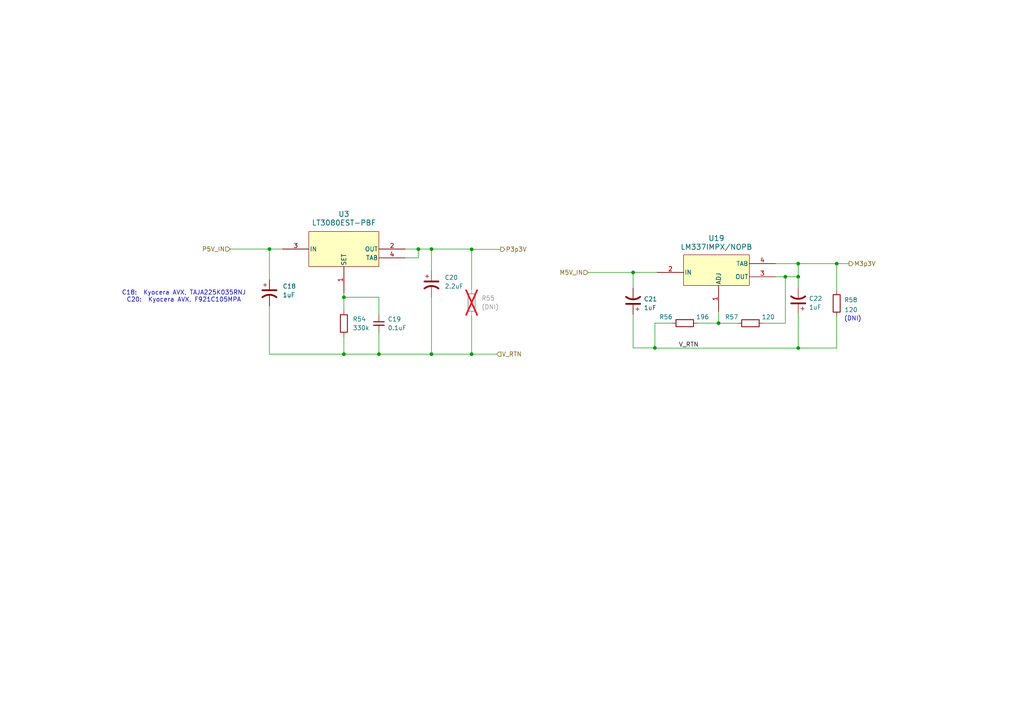
<source format=kicad_sch>
(kicad_sch
	(version 20250114)
	(generator "eeschema")
	(generator_version "9.0")
	(uuid "81652d3a-374b-46b0-a452-f2b0d983dcf1")
	(paper "A4")
	(lib_symbols
		(symbol "Analog_Dev:LT3080EST-PBF"
			(pin_names
				(offset 0.254)
			)
			(exclude_from_sim no)
			(in_bom yes)
			(on_board yes)
			(property "Reference" "U"
				(at 10.16 16.51 0)
				(effects
					(font
						(size 1.524 1.524)
					)
				)
			)
			(property "Value" "LT3080EST-PBF"
				(at 10.16 13.97 0)
				(effects
					(font
						(size 1.524 1.524)
					)
				)
			)
			(property "Footprint" "SOT-3_ST_LIT"
				(at -14.224 13.208 0)
				(effects
					(font
						(size 1.27 1.27)
						(italic yes)
					)
					(hide yes)
				)
			)
			(property "Datasheet" "LT3080EST-PBF"
				(at -10.922 19.558 0)
				(effects
					(font
						(size 1.27 1.27)
						(italic yes)
					)
					(hide yes)
				)
			)
			(property "Description" ""
				(at -17.78 6.35 0)
				(effects
					(font
						(size 1.27 1.27)
					)
					(hide yes)
				)
			)
			(property "ki_locked" ""
				(at 0 0 0)
				(effects
					(font
						(size 1.27 1.27)
					)
				)
			)
			(property "ki_keywords" "LT3080EST#PBF"
				(at 0 0 0)
				(effects
					(font
						(size 1.27 1.27)
					)
					(hide yes)
				)
			)
			(property "ki_fp_filters" "SOT-3_ST_LIT SOT-3_ST_LIT-M SOT-3_ST_LIT-L"
				(at 0 0 0)
				(effects
					(font
						(size 1.27 1.27)
					)
					(hide yes)
				)
			)
			(symbol "LT3080EST-PBF_0_1"
				(pin power_in line
					(at -7.62 5.08 0)
					(length 7.62)
					(name "IN"
						(effects
							(font
								(size 1.27 1.27)
							)
						)
					)
					(number "3"
						(effects
							(font
								(size 1.27 1.27)
							)
						)
					)
				)
				(pin input line
					(at 10.16 -7.62 90)
					(length 7.62)
					(name "SET"
						(effects
							(font
								(size 1.27 1.27)
							)
						)
					)
					(number "1"
						(effects
							(font
								(size 1.27 1.27)
							)
						)
					)
				)
				(pin output line
					(at 27.94 5.08 180)
					(length 7.62)
					(name "OUT"
						(effects
							(font
								(size 1.27 1.27)
							)
						)
					)
					(number "2"
						(effects
							(font
								(size 1.27 1.27)
							)
						)
					)
				)
			)
			(symbol "LT3080EST-PBF_1_1"
				(rectangle
					(start 0 10.16)
					(end 20.32 0)
					(stroke
						(width 0)
						(type default)
					)
					(fill
						(type background)
					)
				)
				(pin output line
					(at 27.94 2.54 180)
					(length 7.62)
					(name "TAB"
						(effects
							(font
								(size 1.27 1.27)
							)
						)
					)
					(number "4"
						(effects
							(font
								(size 1.27 1.27)
							)
						)
					)
				)
			)
			(embedded_fonts no)
		)
		(symbol "Device:C_Polarized_US"
			(pin_numbers
				(hide yes)
			)
			(pin_names
				(offset 0.254)
				(hide yes)
			)
			(exclude_from_sim no)
			(in_bom yes)
			(on_board yes)
			(property "Reference" "C"
				(at 0.635 2.54 0)
				(effects
					(font
						(size 1.27 1.27)
					)
					(justify left)
				)
			)
			(property "Value" "C_Polarized_US"
				(at 0.635 -2.54 0)
				(effects
					(font
						(size 1.27 1.27)
					)
					(justify left)
				)
			)
			(property "Footprint" ""
				(at 0 0 0)
				(effects
					(font
						(size 1.27 1.27)
					)
					(hide yes)
				)
			)
			(property "Datasheet" "~"
				(at 0 0 0)
				(effects
					(font
						(size 1.27 1.27)
					)
					(hide yes)
				)
			)
			(property "Description" "Polarized capacitor, US symbol"
				(at 0 0 0)
				(effects
					(font
						(size 1.27 1.27)
					)
					(hide yes)
				)
			)
			(property "ki_keywords" "cap capacitor"
				(at 0 0 0)
				(effects
					(font
						(size 1.27 1.27)
					)
					(hide yes)
				)
			)
			(property "ki_fp_filters" "CP_*"
				(at 0 0 0)
				(effects
					(font
						(size 1.27 1.27)
					)
					(hide yes)
				)
			)
			(symbol "C_Polarized_US_0_1"
				(polyline
					(pts
						(xy -2.032 0.762) (xy 2.032 0.762)
					)
					(stroke
						(width 0.508)
						(type default)
					)
					(fill
						(type none)
					)
				)
				(polyline
					(pts
						(xy -1.778 2.286) (xy -0.762 2.286)
					)
					(stroke
						(width 0)
						(type default)
					)
					(fill
						(type none)
					)
				)
				(polyline
					(pts
						(xy -1.27 1.778) (xy -1.27 2.794)
					)
					(stroke
						(width 0)
						(type default)
					)
					(fill
						(type none)
					)
				)
				(arc
					(start -2.032 -1.27)
					(mid 0 -0.5572)
					(end 2.032 -1.27)
					(stroke
						(width 0.508)
						(type default)
					)
					(fill
						(type none)
					)
				)
			)
			(symbol "C_Polarized_US_1_1"
				(pin passive line
					(at 0 3.81 270)
					(length 2.794)
					(name "~"
						(effects
							(font
								(size 1.27 1.27)
							)
						)
					)
					(number "1"
						(effects
							(font
								(size 1.27 1.27)
							)
						)
					)
				)
				(pin passive line
					(at 0 -3.81 90)
					(length 3.302)
					(name "~"
						(effects
							(font
								(size 1.27 1.27)
							)
						)
					)
					(number "2"
						(effects
							(font
								(size 1.27 1.27)
							)
						)
					)
				)
			)
			(embedded_fonts no)
		)
		(symbol "Device:C_Small"
			(pin_numbers
				(hide yes)
			)
			(pin_names
				(offset 0.254)
				(hide yes)
			)
			(exclude_from_sim no)
			(in_bom yes)
			(on_board yes)
			(property "Reference" "C"
				(at 0.254 1.778 0)
				(effects
					(font
						(size 1.27 1.27)
					)
					(justify left)
				)
			)
			(property "Value" "C_Small"
				(at 0.254 -2.032 0)
				(effects
					(font
						(size 1.27 1.27)
					)
					(justify left)
				)
			)
			(property "Footprint" ""
				(at 0 0 0)
				(effects
					(font
						(size 1.27 1.27)
					)
					(hide yes)
				)
			)
			(property "Datasheet" "~"
				(at 0 0 0)
				(effects
					(font
						(size 1.27 1.27)
					)
					(hide yes)
				)
			)
			(property "Description" "Unpolarized capacitor, small symbol"
				(at 0 0 0)
				(effects
					(font
						(size 1.27 1.27)
					)
					(hide yes)
				)
			)
			(property "ki_keywords" "capacitor cap"
				(at 0 0 0)
				(effects
					(font
						(size 1.27 1.27)
					)
					(hide yes)
				)
			)
			(property "ki_fp_filters" "C_*"
				(at 0 0 0)
				(effects
					(font
						(size 1.27 1.27)
					)
					(hide yes)
				)
			)
			(symbol "C_Small_0_1"
				(polyline
					(pts
						(xy -1.524 0.508) (xy 1.524 0.508)
					)
					(stroke
						(width 0.3048)
						(type default)
					)
					(fill
						(type none)
					)
				)
				(polyline
					(pts
						(xy -1.524 -0.508) (xy 1.524 -0.508)
					)
					(stroke
						(width 0.3302)
						(type default)
					)
					(fill
						(type none)
					)
				)
			)
			(symbol "C_Small_1_1"
				(pin passive line
					(at 0 2.54 270)
					(length 2.032)
					(name "~"
						(effects
							(font
								(size 1.27 1.27)
							)
						)
					)
					(number "1"
						(effects
							(font
								(size 1.27 1.27)
							)
						)
					)
				)
				(pin passive line
					(at 0 -2.54 90)
					(length 2.032)
					(name "~"
						(effects
							(font
								(size 1.27 1.27)
							)
						)
					)
					(number "2"
						(effects
							(font
								(size 1.27 1.27)
							)
						)
					)
				)
			)
			(embedded_fonts no)
		)
		(symbol "Device:R"
			(pin_numbers
				(hide yes)
			)
			(pin_names
				(offset 0)
			)
			(exclude_from_sim no)
			(in_bom yes)
			(on_board yes)
			(property "Reference" "R"
				(at 2.032 0 90)
				(effects
					(font
						(size 1.27 1.27)
					)
				)
			)
			(property "Value" "R"
				(at 0 0 90)
				(effects
					(font
						(size 1.27 1.27)
					)
				)
			)
			(property "Footprint" ""
				(at -1.778 0 90)
				(effects
					(font
						(size 1.27 1.27)
					)
					(hide yes)
				)
			)
			(property "Datasheet" "~"
				(at 0 0 0)
				(effects
					(font
						(size 1.27 1.27)
					)
					(hide yes)
				)
			)
			(property "Description" "Resistor"
				(at 0 0 0)
				(effects
					(font
						(size 1.27 1.27)
					)
					(hide yes)
				)
			)
			(property "ki_keywords" "R res resistor"
				(at 0 0 0)
				(effects
					(font
						(size 1.27 1.27)
					)
					(hide yes)
				)
			)
			(property "ki_fp_filters" "R_*"
				(at 0 0 0)
				(effects
					(font
						(size 1.27 1.27)
					)
					(hide yes)
				)
			)
			(symbol "R_0_1"
				(rectangle
					(start -1.016 -2.54)
					(end 1.016 2.54)
					(stroke
						(width 0.254)
						(type default)
					)
					(fill
						(type none)
					)
				)
			)
			(symbol "R_1_1"
				(pin passive line
					(at 0 3.81 270)
					(length 1.27)
					(name "~"
						(effects
							(font
								(size 1.27 1.27)
							)
						)
					)
					(number "1"
						(effects
							(font
								(size 1.27 1.27)
							)
						)
					)
				)
				(pin passive line
					(at 0 -3.81 90)
					(length 1.27)
					(name "~"
						(effects
							(font
								(size 1.27 1.27)
							)
						)
					)
					(number "2"
						(effects
							(font
								(size 1.27 1.27)
							)
						)
					)
				)
			)
			(embedded_fonts no)
		)
		(symbol "Texas Instruments:LM337IMPX_NOPB"
			(pin_names
				(offset 0.254)
			)
			(exclude_from_sim no)
			(in_bom yes)
			(on_board yes)
			(property "Reference" "U"
				(at 16.51 13.97 0)
				(effects
					(font
						(size 1.524 1.524)
					)
				)
			)
			(property "Value" "LM337IMPX/NOPB"
				(at 16.51 11.43 0)
				(effects
					(font
						(size 1.524 1.524)
					)
				)
			)
			(property "Footprint" "MP04A_TEX"
				(at 26.67 -6.35 0)
				(effects
					(font
						(size 1.27 1.27)
						(italic yes)
					)
					(hide yes)
				)
			)
			(property "Datasheet" "LM337IMPX/NOPB"
				(at 27.94 -2.54 0)
				(effects
					(font
						(size 1.27 1.27)
						(italic yes)
					)
					(hide yes)
				)
			)
			(property "Description" ""
				(at 0 11.43 0)
				(effects
					(font
						(size 1.27 1.27)
					)
					(hide yes)
				)
			)
			(property "ki_locked" ""
				(at 0 0 0)
				(effects
					(font
						(size 1.27 1.27)
					)
				)
			)
			(property "ki_keywords" "LM337IMPX/NOPB"
				(at 0 0 0)
				(effects
					(font
						(size 1.27 1.27)
					)
					(hide yes)
				)
			)
			(property "ki_fp_filters" "MP04A_TEX MP04A_TEX-M MP04A_TEX-L"
				(at 0 0 0)
				(effects
					(font
						(size 1.27 1.27)
					)
					(hide yes)
				)
			)
			(symbol "LM337IMPX_NOPB_0_1"
				(pin power_in line
					(at 0 3.81 0)
					(length 7.62)
					(name "IN"
						(effects
							(font
								(size 1.27 1.27)
							)
						)
					)
					(number "2"
						(effects
							(font
								(size 1.27 1.27)
							)
						)
					)
				)
				(pin input line
					(at 17.78 -7.62 90)
					(length 7.62)
					(name "ADJ"
						(effects
							(font
								(size 1.27 1.27)
							)
						)
					)
					(number "1"
						(effects
							(font
								(size 1.27 1.27)
							)
						)
					)
				)
				(pin power_in line
					(at 34.29 6.35 180)
					(length 7.62)
					(name "TAB"
						(effects
							(font
								(size 1.27 1.27)
							)
						)
					)
					(number "4"
						(effects
							(font
								(size 1.27 1.27)
							)
						)
					)
				)
				(pin power_in line
					(at 34.29 2.54 180)
					(length 7.62)
					(name "OUT"
						(effects
							(font
								(size 1.27 1.27)
							)
						)
					)
					(number "3"
						(effects
							(font
								(size 1.27 1.27)
							)
						)
					)
				)
			)
			(symbol "LM337IMPX_NOPB_1_1"
				(rectangle
					(start 7.62 8.89)
					(end 26.67 0)
					(stroke
						(width 0)
						(type default)
					)
					(fill
						(type background)
					)
				)
			)
			(embedded_fonts no)
		)
	)
	(text "C18:  Kyocera AVX, TAJA225K035RNJ\nC20:  Kyocera AVX, F921C105MPA"
		(exclude_from_sim no)
		(at 53.328 86.0344 0)
		(effects
			(font
				(size 1.27 1.27)
			)
		)
		(uuid "c54567ba-a8cf-4e63-9942-67a1bdc024f8")
	)
	(text "(DNI)"
		(exclude_from_sim no)
		(at 247.3454 92.5298 0)
		(effects
			(font
				(size 1.27 1.27)
			)
		)
		(uuid "db680101-865f-439e-8359-61fc89c3980c")
	)
	(junction
		(at 231.5177 76.4637)
		(diameter 0)
		(color 0 0 0 0)
		(uuid "10275b7c-20d1-483d-89de-027cf1e20dae")
	)
	(junction
		(at 231.5177 80.2737)
		(diameter 0)
		(color 0 0 0 0)
		(uuid "12c43db8-1cb5-4fca-b9db-5c36d24386f7")
	)
	(junction
		(at 183.6298 79.0237)
		(diameter 0)
		(color 0 0 0 0)
		(uuid "141d0333-3dcf-4bb8-93de-aa5a5524ff58")
	)
	(junction
		(at 109.8996 102.7224)
		(diameter 0)
		(color 0 0 0 0)
		(uuid "1ad83d94-4a3d-4907-be0e-44c03753e58e")
	)
	(junction
		(at 121.3296 72.2424)
		(diameter 0)
		(color 0 0 0 0)
		(uuid "22a01c0e-5d33-481f-b7ae-c5a48711f0ea")
	)
	(junction
		(at 125.1396 102.7224)
		(diameter 0)
		(color 0 0 0 0)
		(uuid "31e38808-5b33-442f-b959-6f9f93ba8365")
	)
	(junction
		(at 227.7847 80.2737)
		(diameter 0)
		(color 0 0 0 0)
		(uuid "459e9253-2e0c-435c-9997-e9c2c152ac1b")
	)
	(junction
		(at 208.4204 93.728)
		(diameter 0)
		(color 0 0 0 0)
		(uuid "4ef5ae5d-1673-485e-a845-b9c539b4e6ef")
	)
	(junction
		(at 231.5177 100.9425)
		(diameter 0)
		(color 0 0 0 0)
		(uuid "6e55f07b-01c5-426a-8a4f-7d30a5fb7293")
	)
	(junction
		(at 125.1396 72.2424)
		(diameter 0)
		(color 0 0 0 0)
		(uuid "71aecff4-32af-4f42-a05c-63e4cfd8221b")
	)
	(junction
		(at 78.1496 72.2424)
		(diameter 0)
		(color 0 0 0 0)
		(uuid "8dbe80d0-f323-4a97-98e5-c507623cb4fa")
	)
	(junction
		(at 242.6717 76.4668)
		(diameter 0)
		(color 0 0 0 0)
		(uuid "97bbe726-f54a-4582-8a1f-590517861b82")
	)
	(junction
		(at 136.791 102.7176)
		(diameter 0)
		(color 0 0 0 0)
		(uuid "9a588a5e-4425-4d22-bb0c-4e4ec5cf394e")
	)
	(junction
		(at 99.7396 86.2124)
		(diameter 0)
		(color 0 0 0 0)
		(uuid "d168512f-5a42-43dc-a216-a99bc47e7f09")
	)
	(junction
		(at 99.7396 102.7224)
		(diameter 0)
		(color 0 0 0 0)
		(uuid "e23a548f-f496-4251-a78a-c5e215689a01")
	)
	(junction
		(at 136.791 72.3143)
		(diameter 0)
		(color 0 0 0 0)
		(uuid "e3c71255-e35c-40db-a018-1b3e2a286dca")
	)
	(junction
		(at 189.9482 100.9054)
		(diameter 0)
		(color 0 0 0 0)
		(uuid "e3eb4583-ba0c-4fb6-9962-7155d8ff8081")
	)
	(wire
		(pts
			(xy 136.791 91.5625) (xy 136.791 102.7176)
		)
		(stroke
			(width 0)
			(type default)
		)
		(uuid "07687684-0344-4a7c-9791-d2769be7f82f")
	)
	(wire
		(pts
			(xy 99.7396 84.9424) (xy 99.7396 86.2124)
		)
		(stroke
			(width 0)
			(type default)
		)
		(uuid "21217bf9-2435-4d30-aa9a-912fe0b88001")
	)
	(wire
		(pts
			(xy 242.6717 76.4637) (xy 231.5177 76.4637)
		)
		(stroke
			(width 0)
			(type default)
		)
		(uuid "249cfb0c-1392-4ec3-8402-eda7c0c68a87")
	)
	(wire
		(pts
			(xy 227.7847 93.7521) (xy 227.7847 80.2737)
		)
		(stroke
			(width 0)
			(type default)
		)
		(uuid "25e4e2a2-a862-4643-ae0a-ea542061acd7")
	)
	(wire
		(pts
			(xy 242.6717 76.4668) (xy 242.6717 84.1899)
		)
		(stroke
			(width 0)
			(type default)
		)
		(uuid "263d9911-3efb-4e40-97e3-c00d892791b2")
	)
	(wire
		(pts
			(xy 231.5177 80.2737) (xy 231.5177 83.4168)
		)
		(stroke
			(width 0)
			(type default)
		)
		(uuid "330cfb83-2881-4411-bfd0-3d5cf273abe7")
	)
	(wire
		(pts
			(xy 136.791 102.7176) (xy 136.791 102.7224)
		)
		(stroke
			(width 0)
			(type default)
		)
		(uuid "382a3bef-8128-4bd7-9b08-cd48e366c9b7")
	)
	(wire
		(pts
			(xy 66.7196 72.2424) (xy 78.1496 72.2424)
		)
		(stroke
			(width 0)
			(type default)
		)
		(uuid "3ea076b7-a15d-4166-bdbf-c6c53072c472")
	)
	(wire
		(pts
			(xy 117.5196 74.7824) (xy 121.3296 74.7824)
		)
		(stroke
			(width 0)
			(type default)
		)
		(uuid "4ac37e0d-d2f7-4486-804f-a535fcfee91a")
	)
	(wire
		(pts
			(xy 78.1496 72.2424) (xy 81.9596 72.2424)
		)
		(stroke
			(width 0)
			(type default)
		)
		(uuid "4bea1497-be03-4b4d-ada7-913fd439e5f7")
	)
	(wire
		(pts
			(xy 242.6717 91.8099) (xy 242.6717 100.9425)
		)
		(stroke
			(width 0)
			(type default)
		)
		(uuid "50567bd1-e802-4418-9bae-66ac6bb8351a")
	)
	(wire
		(pts
			(xy 125.1396 78.5924) (xy 125.1396 72.2424)
		)
		(stroke
			(width 0)
			(type default)
		)
		(uuid "50de3977-8f4b-472d-b575-0dc6932a8919")
	)
	(wire
		(pts
			(xy 109.8996 86.2124) (xy 99.7396 86.2124)
		)
		(stroke
			(width 0)
			(type default)
		)
		(uuid "57553183-bf00-4f56-bf7a-046c77ecbc52")
	)
	(wire
		(pts
			(xy 109.8996 91.2924) (xy 109.8996 86.2124)
		)
		(stroke
			(width 0)
			(type default)
		)
		(uuid "58a5de36-e3fd-4217-9148-6929336d5b26")
	)
	(wire
		(pts
			(xy 194.7907 93.728) (xy 189.9482 93.728)
		)
		(stroke
			(width 0)
			(type default)
		)
		(uuid "59ef1e3f-5e89-4108-acd4-de2d22c8e341")
	)
	(wire
		(pts
			(xy 221.4683 93.7521) (xy 227.7847 93.7521)
		)
		(stroke
			(width 0)
			(type default)
		)
		(uuid "5a6433d1-394e-440e-8fb0-b1cba8126f62")
	)
	(wire
		(pts
			(xy 231.5177 100.9724) (xy 231.5177 100.9425)
		)
		(stroke
			(width 0)
			(type default)
		)
		(uuid "5c4a2919-7a4a-4e6d-932d-0dd69392b9bb")
	)
	(wire
		(pts
			(xy 125.1396 72.2424) (xy 121.3296 72.2424)
		)
		(stroke
			(width 0)
			(type default)
		)
		(uuid "5f60fd64-07be-450e-8d37-9f6e99b634cb")
	)
	(wire
		(pts
			(xy 183.6298 79.0237) (xy 183.6298 83.5606)
		)
		(stroke
			(width 0)
			(type default)
		)
		(uuid "626eaa47-6689-4d5c-af16-f7f9527ae308")
	)
	(wire
		(pts
			(xy 109.8996 102.7224) (xy 125.1396 102.7224)
		)
		(stroke
			(width 0)
			(type default)
		)
		(uuid "6587f7cd-b19f-445b-836b-2ea9fc179083")
	)
	(wire
		(pts
			(xy 183.6298 79.0037) (xy 190.6404 79.0037)
		)
		(stroke
			(width 0)
			(type default)
		)
		(uuid "69453b85-889d-433e-8317-b35028e837b3")
	)
	(wire
		(pts
			(xy 136.791 72.2424) (xy 136.791 72.3143)
		)
		(stroke
			(width 0)
			(type default)
		)
		(uuid "76753cf6-ea3a-4faf-990e-9267b4c3b347")
	)
	(wire
		(pts
			(xy 246.2421 76.4668) (xy 242.6717 76.4668)
		)
		(stroke
			(width 0)
			(type default)
		)
		(uuid "7731150f-2a0a-4dba-a0f6-b1e9bbc89861")
	)
	(wire
		(pts
			(xy 189.9482 93.728) (xy 189.9482 100.9054)
		)
		(stroke
			(width 0)
			(type default)
		)
		(uuid "79ab77d5-6d29-4680-a409-aa15f690b804")
	)
	(wire
		(pts
			(xy 78.1496 81.1324) (xy 78.1496 72.2424)
		)
		(stroke
			(width 0)
			(type default)
		)
		(uuid "7e555ae7-eb60-481c-b3b8-13090a9401b5")
	)
	(wire
		(pts
			(xy 78.1496 102.7224) (xy 99.7396 102.7224)
		)
		(stroke
			(width 0)
			(type default)
		)
		(uuid "7fb3c204-da00-4055-8a54-0bac60db6b2f")
	)
	(wire
		(pts
			(xy 227.7847 80.2737) (xy 231.5177 80.2737)
		)
		(stroke
			(width 0)
			(type default)
		)
		(uuid "82daa4a5-3e2d-4f08-bffc-c72ee21a81d9")
	)
	(wire
		(pts
			(xy 242.6717 76.4637) (xy 242.6717 76.4668)
		)
		(stroke
			(width 0)
			(type default)
		)
		(uuid "89307263-9d2c-456e-b70f-7aa7623f3382")
	)
	(wire
		(pts
			(xy 99.7396 86.2124) (xy 99.7396 90.0224)
		)
		(stroke
			(width 0)
			(type default)
		)
		(uuid "9038c912-0eca-4343-a0d8-e0ba33bd9a6f")
	)
	(wire
		(pts
			(xy 183.6298 79.0037) (xy 183.6298 79.0237)
		)
		(stroke
			(width 0)
			(type default)
		)
		(uuid "90bbbcfa-dcda-47ca-b9cc-e9c6483baa94")
	)
	(wire
		(pts
			(xy 121.3296 72.2424) (xy 117.5196 72.2424)
		)
		(stroke
			(width 0)
			(type default)
		)
		(uuid "920f2fef-8357-47ae-a483-f4732ac542e0")
	)
	(wire
		(pts
			(xy 170.5853 79.0237) (xy 183.6298 79.0237)
		)
		(stroke
			(width 0)
			(type default)
		)
		(uuid "92657a8d-44bb-4069-a576-d06115c429c6")
	)
	(wire
		(pts
			(xy 189.9482 100.9054) (xy 183.6298 100.9054)
		)
		(stroke
			(width 0)
			(type default)
		)
		(uuid "9281e06c-00ef-4878-881a-d9ece619a7e2")
	)
	(wire
		(pts
			(xy 224.9304 76.4637) (xy 231.5177 76.4637)
		)
		(stroke
			(width 0)
			(type default)
		)
		(uuid "973036fa-a302-4c81-9c08-927b372960ef")
	)
	(wire
		(pts
			(xy 109.8996 102.7224) (xy 99.7396 102.7224)
		)
		(stroke
			(width 0)
			(type default)
		)
		(uuid "abb59ba1-2afd-4833-a00f-2b6507241c82")
	)
	(wire
		(pts
			(xy 144.061 102.7176) (xy 136.791 102.7176)
		)
		(stroke
			(width 0)
			(type default)
		)
		(uuid "ae5a7214-2944-4c70-9c4a-6967b9f2f954")
	)
	(wire
		(pts
			(xy 208.4204 93.728) (xy 208.4204 93.7521)
		)
		(stroke
			(width 0)
			(type default)
		)
		(uuid "b37efe1d-1f6f-410f-b518-a33bd28f74d8")
	)
	(wire
		(pts
			(xy 136.791 72.3143) (xy 136.791 83.9425)
		)
		(stroke
			(width 0)
			(type default)
		)
		(uuid "b6549a6b-2413-444f-b311-5dd759ceccec")
	)
	(wire
		(pts
			(xy 125.1396 102.7224) (xy 136.791 102.7224)
		)
		(stroke
			(width 0)
			(type default)
		)
		(uuid "b6f40d5a-639e-4925-a070-9b0c95b37193")
	)
	(wire
		(pts
			(xy 125.1396 86.2124) (xy 125.1396 102.7224)
		)
		(stroke
			(width 0)
			(type default)
		)
		(uuid "bd9a0773-ecd3-4e15-92d6-9ed5f66c88be")
	)
	(wire
		(pts
			(xy 242.6717 100.9425) (xy 231.5177 100.9425)
		)
		(stroke
			(width 0)
			(type default)
		)
		(uuid "cd86daf1-5f0b-442f-8c47-ec44756386fa")
	)
	(wire
		(pts
			(xy 189.9482 100.9724) (xy 231.5177 100.9724)
		)
		(stroke
			(width 0)
			(type default)
		)
		(uuid "cdda93dd-eb15-4c65-a2b7-7b872587c175")
	)
	(wire
		(pts
			(xy 231.5177 76.4637) (xy 231.5177 80.2737)
		)
		(stroke
			(width 0)
			(type default)
		)
		(uuid "d161b712-66fe-45f8-85e8-49ce914ce24c")
	)
	(wire
		(pts
			(xy 189.9482 100.9054) (xy 189.9482 100.9724)
		)
		(stroke
			(width 0)
			(type default)
		)
		(uuid "d39dad41-e655-4ae8-9e98-95ad9c58f919")
	)
	(wire
		(pts
			(xy 208.4204 90.4337) (xy 208.4204 93.728)
		)
		(stroke
			(width 0)
			(type default)
		)
		(uuid "d87c09c8-9570-40b9-bb31-1d88ee329e19")
	)
	(wire
		(pts
			(xy 224.9304 80.2737) (xy 227.7847 80.2737)
		)
		(stroke
			(width 0)
			(type default)
		)
		(uuid "de58a5c0-40a9-4fc5-9636-3db5723bc4f9")
	)
	(wire
		(pts
			(xy 78.1496 88.7524) (xy 78.1496 102.7224)
		)
		(stroke
			(width 0)
			(type default)
		)
		(uuid "e30cde69-6276-4057-a287-86d324ca001f")
	)
	(wire
		(pts
			(xy 99.7396 102.7224) (xy 99.7396 97.6424)
		)
		(stroke
			(width 0)
			(type default)
		)
		(uuid "e6163ef3-d80b-4d87-a615-36cf510d9972")
	)
	(wire
		(pts
			(xy 145.2115 72.3143) (xy 136.791 72.3143)
		)
		(stroke
			(width 0)
			(type default)
		)
		(uuid "e95340e4-8c81-41f3-a96b-90fb1e518e66")
	)
	(wire
		(pts
			(xy 121.3296 74.7824) (xy 121.3296 72.2424)
		)
		(stroke
			(width 0)
			(type default)
		)
		(uuid "ea670753-c4e3-48fc-9da6-edbfc637ffba")
	)
	(wire
		(pts
			(xy 202.4107 93.728) (xy 208.4204 93.728)
		)
		(stroke
			(width 0)
			(type default)
		)
		(uuid "edf5d8fc-9e2a-4f3c-9560-8fb75ec0d929")
	)
	(wire
		(pts
			(xy 183.6298 100.9054) (xy 183.6298 91.1806)
		)
		(stroke
			(width 0)
			(type default)
		)
		(uuid "efe661d4-a627-49e7-9bc0-e7bf2b9489df")
	)
	(wire
		(pts
			(xy 125.1396 72.2424) (xy 136.791 72.2424)
		)
		(stroke
			(width 0)
			(type default)
		)
		(uuid "f6bcfca9-5294-412e-ab53-b70ef54c709e")
	)
	(wire
		(pts
			(xy 109.8996 96.3724) (xy 109.8996 102.7224)
		)
		(stroke
			(width 0)
			(type default)
		)
		(uuid "f822d5c6-119b-46f9-8bfa-6428d54956e4")
	)
	(wire
		(pts
			(xy 231.5177 100.9425) (xy 231.5177 91.0368)
		)
		(stroke
			(width 0)
			(type default)
		)
		(uuid "fcd6a184-1c6f-430b-a37e-9424067efd07")
	)
	(wire
		(pts
			(xy 208.4204 93.7521) (xy 213.8483 93.7521)
		)
		(stroke
			(width 0)
			(type default)
		)
		(uuid "ff17d5aa-02cc-4957-b062-dfda6c8d79ca")
	)
	(label "V_RTN"
		(at 196.8395 100.9724 0)
		(effects
			(font
				(size 1.27 1.27)
			)
			(justify left bottom)
		)
		(uuid "899a6e64-2282-4898-ad01-b53046bc0ec1")
	)
	(hierarchical_label "V_RTN"
		(shape input)
		(at 144.061 102.7176 0)
		(effects
			(font
				(size 1.27 1.27)
			)
			(justify left)
		)
		(uuid "ac7b786a-a3bd-43ed-9d8d-47f729534d3d")
	)
	(hierarchical_label "P3p3V"
		(shape output)
		(at 145.2115 72.3143 0)
		(effects
			(font
				(size 1.27 1.27)
			)
			(justify left)
		)
		(uuid "af08e6f0-d546-4ed0-8f49-5f0a7af67aa1")
	)
	(hierarchical_label "M5V_IN"
		(shape input)
		(at 170.5853 79.0237 180)
		(effects
			(font
				(size 1.27 1.27)
			)
			(justify right)
		)
		(uuid "be35663e-b9d3-4c39-a027-b6bbbe9280f7")
	)
	(hierarchical_label "P5V_IN"
		(shape input)
		(at 66.7196 72.2424 180)
		(effects
			(font
				(size 1.27 1.27)
			)
			(justify right)
		)
		(uuid "d0c875b2-bd69-4636-a48a-3a716984c880")
	)
	(hierarchical_label "M3p3V"
		(shape output)
		(at 246.2421 76.4668 0)
		(effects
			(font
				(size 1.27 1.27)
			)
			(justify left)
		)
		(uuid "e9a0609d-e37e-4a59-aaae-7e3056629f0a")
	)
	(symbol
		(lib_id "Device:C_Polarized_US")
		(at 78.1496 84.9424 0)
		(unit 1)
		(exclude_from_sim no)
		(in_bom yes)
		(on_board yes)
		(dnp no)
		(fields_autoplaced yes)
		(uuid "06b98b68-e633-4b84-bd6a-1d0e6407b48e")
		(property "Reference" "C18"
			(at 81.9596 83.0373 0)
			(effects
				(font
					(size 1.27 1.27)
				)
				(justify left)
			)
		)
		(property "Value" "1uF"
			(at 81.9596 85.5773 0)
			(effects
				(font
					(size 1.27 1.27)
				)
				(justify left)
			)
		)
		(property "Footprint" "Capacitor_Tantalum_SMD:CP_EIA-2012-12_Kemet-R"
			(at 78.1496 84.9424 0)
			(effects
				(font
					(size 1.27 1.27)
				)
				(hide yes)
			)
		)
		(property "Datasheet" "~"
			(at 78.1496 84.9424 0)
			(effects
				(font
					(size 1.27 1.27)
				)
				(hide yes)
			)
		)
		(property "Description" "1 µF Molded Tantalum Capacitors 20 V 0805 (2012 Metric) 20Ohm"
			(at 78.1496 84.9424 0)
			(effects
				(font
					(size 1.27 1.27)
				)
				(hide yes)
			)
		)
		(property "Dist. Part Num" "478-8927-1-ND"
			(at 78.1496 84.9424 0)
			(effects
				(font
					(size 1.27 1.27)
				)
				(hide yes)
			)
		)
		(property "Distributor" "Digi-Key"
			(at 78.1496 84.9424 0)
			(effects
				(font
					(size 1.27 1.27)
				)
				(hide yes)
			)
		)
		(property "Man. Part Num" "TAJR105K020RNJ"
			(at 78.1496 84.9424 0)
			(effects
				(font
					(size 1.27 1.27)
				)
				(hide yes)
			)
		)
		(property "Manufacturer" "KYOCERA AVX"
			(at 78.1496 84.9424 0)
			(effects
				(font
					(size 1.27 1.27)
				)
				(hide yes)
			)
		)
		(property "Package" "0805 (2012 Metric)"
			(at 78.1496 84.9424 0)
			(effects
				(font
					(size 1.27 1.27)
				)
				(hide yes)
			)
		)
		(property "Part Type" "SMD"
			(at 78.1496 84.9424 0)
			(effects
				(font
					(size 1.27 1.27)
				)
				(hide yes)
			)
		)
		(pin "1"
			(uuid "919767fc-3a54-40cb-a110-62edc00f8fcf")
		)
		(pin "2"
			(uuid "a1b3afef-623c-4ab4-9265-6692f9ee4a2e")
		)
		(instances
			(project "TPC_Warm_Shaper"
				(path "/38bcebbd-10a1-47e0-b943-f959cfcb45e4/a2c962b2-1348-49d6-baa4-b512eaf6fa42/4f397e84-b1d4-499f-83d8-2101ca471a6a"
					(reference "C18")
					(unit 1)
				)
			)
		)
	)
	(symbol
		(lib_id "Texas Instruments:LM337IMPX_NOPB")
		(at 190.6404 82.8137 0)
		(unit 1)
		(exclude_from_sim no)
		(in_bom yes)
		(on_board yes)
		(dnp no)
		(fields_autoplaced yes)
		(uuid "23dd4e59-668c-44a3-9276-3421015577e1")
		(property "Reference" "U19"
			(at 207.7854 69.1045 0)
			(effects
				(font
					(size 1.524 1.524)
				)
			)
		)
		(property "Value" "LM337IMPX/NOPB"
			(at 207.7854 71.6445 0)
			(effects
				(font
					(size 1.524 1.524)
				)
			)
		)
		(property "Footprint" "Texas_Instruments:LM337IMPX"
			(at 217.3104 89.1637 0)
			(effects
				(font
					(size 1.27 1.27)
					(italic yes)
				)
				(hide yes)
			)
		)
		(property "Datasheet" "LM337IMPX/NOPB"
			(at 218.5804 85.3537 0)
			(effects
				(font
					(size 1.27 1.27)
					(italic yes)
				)
				(hide yes)
			)
		)
		(property "Description" "Linear Voltage Regulator IC Negative Adjustable 1 Output 1.5A SOT-223-4"
			(at 190.6404 71.3837 0)
			(effects
				(font
					(size 1.27 1.27)
				)
				(hide yes)
			)
		)
		(property "Dist. Part Num" "LM337IMPX/NOPBCT-ND"
			(at 190.6404 82.8137 0)
			(effects
				(font
					(size 1.27 1.27)
				)
				(hide yes)
			)
		)
		(property "Distributor" "Digi-Key"
			(at 190.6404 82.8137 0)
			(effects
				(font
					(size 1.27 1.27)
				)
				(hide yes)
			)
		)
		(property "Man. Part Num" "LM337IMPX/NOPB"
			(at 190.6404 82.8137 0)
			(effects
				(font
					(size 1.27 1.27)
				)
				(hide yes)
			)
		)
		(property "Manufacturer" "Texas Instruments"
			(at 190.6404 82.8137 0)
			(effects
				(font
					(size 1.27 1.27)
				)
				(hide yes)
			)
		)
		(property "Package" "SOT-223-4"
			(at 190.6404 82.8137 0)
			(effects
				(font
					(size 1.27 1.27)
				)
				(hide yes)
			)
		)
		(property "Part Type" "SMD"
			(at 190.6404 82.8137 0)
			(effects
				(font
					(size 1.27 1.27)
				)
				(hide yes)
			)
		)
		(pin "4"
			(uuid "99ad361a-ebe5-47b1-b39b-bad20c01eb25")
		)
		(pin "2"
			(uuid "d1a6c261-25c7-4b9c-91dd-8f2ff0de2f6b")
		)
		(pin "3"
			(uuid "f044581e-ccc1-46b4-ab67-ee6a3b32a505")
		)
		(pin "1"
			(uuid "bdb74993-29cc-43a0-b6c2-3ba7d98463ad")
		)
		(instances
			(project "TPC_Warm_Shaper"
				(path "/38bcebbd-10a1-47e0-b943-f959cfcb45e4/a2c962b2-1348-49d6-baa4-b512eaf6fa42/4f397e84-b1d4-499f-83d8-2101ca471a6a"
					(reference "U19")
					(unit 1)
				)
			)
		)
	)
	(symbol
		(lib_id "Device:C_Polarized_US")
		(at 183.6298 87.3706 180)
		(unit 1)
		(exclude_from_sim no)
		(in_bom yes)
		(on_board yes)
		(dnp no)
		(fields_autoplaced yes)
		(uuid "3d3bbd82-c32e-48f5-8928-28908772622c")
		(property "Reference" "C21"
			(at 186.717 86.7355 0)
			(effects
				(font
					(size 1.27 1.27)
				)
				(justify right)
			)
		)
		(property "Value" "1uF"
			(at 186.717 89.2755 0)
			(effects
				(font
					(size 1.27 1.27)
				)
				(justify right)
			)
		)
		(property "Footprint" "Capacitor_Tantalum_SMD:CP_EIA-2012-12_Kemet-R"
			(at 183.6298 87.3706 0)
			(effects
				(font
					(size 1.27 1.27)
				)
				(hide yes)
			)
		)
		(property "Datasheet" "~"
			(at 183.6298 87.3706 0)
			(effects
				(font
					(size 1.27 1.27)
				)
				(hide yes)
			)
		)
		(property "Description" "1 µF Molded Tantalum Capacitors 20 V 0805 (2012 Metric) 20Ohm"
			(at 183.6298 87.3706 0)
			(effects
				(font
					(size 1.27 1.27)
				)
				(hide yes)
			)
		)
		(property "Dist. Part Num" "478-8927-1-ND"
			(at 183.6298 87.3706 0)
			(effects
				(font
					(size 1.27 1.27)
				)
				(hide yes)
			)
		)
		(property "Distributor" "Digi-Key"
			(at 183.6298 87.3706 0)
			(effects
				(font
					(size 1.27 1.27)
				)
				(hide yes)
			)
		)
		(property "Man. Part Num" "TAJR105K020RNJ"
			(at 183.6298 87.3706 0)
			(effects
				(font
					(size 1.27 1.27)
				)
				(hide yes)
			)
		)
		(property "Manufacturer" "KYOCERA AVX"
			(at 183.6298 87.3706 0)
			(effects
				(font
					(size 1.27 1.27)
				)
				(hide yes)
			)
		)
		(property "Package" "0805 (2012 Metric)"
			(at 183.6298 87.3706 0)
			(effects
				(font
					(size 1.27 1.27)
				)
				(hide yes)
			)
		)
		(property "Part Type" "SMD"
			(at 183.6298 87.3706 0)
			(effects
				(font
					(size 1.27 1.27)
				)
				(hide yes)
			)
		)
		(pin "1"
			(uuid "f9b34ba3-937a-46a0-b9e3-8247eaac3aed")
		)
		(pin "2"
			(uuid "c80ded52-43c0-461a-bcac-96001ee58f28")
		)
		(instances
			(project "TPC_Warm_Shaper"
				(path "/38bcebbd-10a1-47e0-b943-f959cfcb45e4/a2c962b2-1348-49d6-baa4-b512eaf6fa42/4f397e84-b1d4-499f-83d8-2101ca471a6a"
					(reference "C21")
					(unit 1)
				)
			)
		)
	)
	(symbol
		(lib_id "Device:R")
		(at 242.6717 87.9999 180)
		(unit 1)
		(exclude_from_sim no)
		(in_bom yes)
		(on_board yes)
		(dnp no)
		(uuid "4f632156-accd-430e-85d3-0e78c0b6ed5c")
		(property "Reference" "R58"
			(at 246.7702 86.9932 0)
			(effects
				(font
					(size 1.27 1.27)
				)
			)
		)
		(property "Value" "120"
			(at 246.8421 89.8694 0)
			(effects
				(font
					(size 1.27 1.27)
				)
			)
		)
		(property "Footprint" "Resistor_SMD:R_0603_1608Metric"
			(at 244.4497 87.9999 90)
			(effects
				(font
					(size 1.27 1.27)
				)
				(hide yes)
			)
		)
		(property "Datasheet" "~"
			(at 242.6717 87.9999 0)
			(effects
				(font
					(size 1.27 1.27)
				)
				(hide yes)
			)
		)
		(property "Description" "120 Ohms ±0.1% 0.21W Chip Resistor 0603 (1608 Metric) Anti-Sulfur, Automotive AEC-Q200, Moisture Resistant Thin Film"
			(at 242.6717 87.9999 0)
			(effects
				(font
					(size 1.27 1.27)
				)
				(hide yes)
			)
		)
		(property "Distributor" "Digi-Key"
			(at 242.6717 87.9999 0)
			(effects
				(font
					(size 1.27 1.27)
				)
				(hide yes)
			)
		)
		(property "Package" "0603 (1608 Metric)"
			(at 242.6717 87.9999 0)
			(effects
				(font
					(size 1.27 1.27)
				)
				(hide yes)
			)
		)
		(property "Part Type" "SMD"
			(at 242.6717 87.9999 0)
			(effects
				(font
					(size 1.27 1.27)
				)
				(hide yes)
			)
		)
		(property "Dist. Part Num" "541-3165-1-ND"
			(at 242.6717 87.9999 0)
			(effects
				(font
					(size 1.27 1.27)
				)
				(hide yes)
			)
		)
		(property "Man. Part Num" "TNPW0603120RBEEA"
			(at 242.6717 87.9999 0)
			(effects
				(font
					(size 1.27 1.27)
				)
				(hide yes)
			)
		)
		(property "Manufacturer" "Vishay Dale"
			(at 242.6717 87.9999 0)
			(effects
				(font
					(size 1.27 1.27)
				)
				(hide yes)
			)
		)
		(pin "1"
			(uuid "f7d5b14e-0962-49ab-a213-887595169387")
		)
		(pin "2"
			(uuid "c0a1a7ed-7d63-449c-a811-3b35d7a7421d")
		)
		(instances
			(project "TPC_Warm_Shaper"
				(path "/38bcebbd-10a1-47e0-b943-f959cfcb45e4/a2c962b2-1348-49d6-baa4-b512eaf6fa42/4f397e84-b1d4-499f-83d8-2101ca471a6a"
					(reference "R58")
					(unit 1)
				)
			)
		)
	)
	(symbol
		(lib_id "Analog_Dev:LT3080EST-PBF")
		(at 89.5796 77.3224 0)
		(unit 1)
		(exclude_from_sim no)
		(in_bom yes)
		(on_board yes)
		(dnp no)
		(fields_autoplaced yes)
		(uuid "6a9a526d-c8cb-4fb8-9198-28f4783a9857")
		(property "Reference" "U3"
			(at 99.7396 62.0824 0)
			(effects
				(font
					(size 1.524 1.524)
				)
			)
		)
		(property "Value" "LT3080EST-PBF"
			(at 99.7396 64.6224 0)
			(effects
				(font
					(size 1.524 1.524)
				)
			)
		)
		(property "Footprint" "Analog_Devices:SOT-3_ST_LIT"
			(at 75.3556 64.1144 0)
			(effects
				(font
					(size 1.27 1.27)
					(italic yes)
				)
				(hide yes)
			)
		)
		(property "Datasheet" "LT3080EST-PBF"
			(at 78.6576 57.7644 0)
			(effects
				(font
					(size 1.27 1.27)
					(italic yes)
				)
				(hide yes)
			)
		)
		(property "Description" "Linear Voltage Regulator IC Positive Adjustable 1 Output 1.1A SOT-223-3"
			(at 71.7996 70.9724 0)
			(effects
				(font
					(size 1.27 1.27)
				)
				(hide yes)
			)
		)
		(property "Dist. Part Num" "505-LT3080EST#PBF-ND"
			(at 89.5796 77.3224 0)
			(effects
				(font
					(size 1.27 1.27)
				)
				(hide yes)
			)
		)
		(property "Distributor" "Digi-Key"
			(at 89.5796 77.3224 0)
			(effects
				(font
					(size 1.27 1.27)
				)
				(hide yes)
			)
		)
		(property "Man. Part Num" "LT3080EST#PBF"
			(at 89.5796 77.3224 0)
			(effects
				(font
					(size 1.27 1.27)
				)
				(hide yes)
			)
		)
		(property "Manufacturer" "Analog Devices Inc."
			(at 89.5796 77.3224 0)
			(effects
				(font
					(size 1.27 1.27)
				)
				(hide yes)
			)
		)
		(property "Package" "SOT-223-3"
			(at 89.5796 77.3224 0)
			(effects
				(font
					(size 1.27 1.27)
				)
				(hide yes)
			)
		)
		(property "Part Type" "SMD"
			(at 89.5796 77.3224 0)
			(effects
				(font
					(size 1.27 1.27)
				)
				(hide yes)
			)
		)
		(pin "4"
			(uuid "6cb76083-f2e9-44ee-9fcb-c2c4845b631a")
		)
		(pin "2"
			(uuid "46c84893-0bb4-4f78-8651-022641b44186")
		)
		(pin "3"
			(uuid "508a8775-531b-437b-be8a-0cfad93d47f2")
		)
		(pin "1"
			(uuid "dad60987-1fd7-46a3-b27d-8a9cb5a75b68")
		)
		(instances
			(project "TPC_Warm_Shaper"
				(path "/38bcebbd-10a1-47e0-b943-f959cfcb45e4/a2c962b2-1348-49d6-baa4-b512eaf6fa42/4f397e84-b1d4-499f-83d8-2101ca471a6a"
					(reference "U3")
					(unit 1)
				)
			)
		)
	)
	(symbol
		(lib_id "Device:C_Polarized_US")
		(at 125.1396 82.4024 0)
		(unit 1)
		(exclude_from_sim no)
		(in_bom yes)
		(on_board yes)
		(dnp no)
		(fields_autoplaced yes)
		(uuid "8cd9b54b-fe8c-494c-99e7-645dce562c3a")
		(property "Reference" "C20"
			(at 128.9496 80.4973 0)
			(effects
				(font
					(size 1.27 1.27)
				)
				(justify left)
			)
		)
		(property "Value" "2.2uF"
			(at 128.9496 83.0373 0)
			(effects
				(font
					(size 1.27 1.27)
				)
				(justify left)
			)
		)
		(property "Footprint" "Capacitor_Tantalum_SMD:CP_EIA-3216-12_Kemet-S"
			(at 125.1396 82.4024 0)
			(effects
				(font
					(size 1.27 1.27)
				)
				(hide yes)
			)
		)
		(property "Datasheet" "~"
			(at 125.1396 82.4024 0)
			(effects
				(font
					(size 1.27 1.27)
				)
				(hide yes)
			)
		)
		(property "Description" "2.2 µF Molded Tantalum Capacitors 16 V 1206 (3216 Metric) 5.9Ohm"
			(at 125.1396 82.4024 0)
			(effects
				(font
					(size 1.27 1.27)
				)
				(hide yes)
			)
		)
		(property "Dist. Part Num" "718-1131-1-ND"
			(at 125.1396 82.4024 0)
			(effects
				(font
					(size 1.27 1.27)
				)
				(hide yes)
			)
		)
		(property "Distributor" "Digi-Key"
			(at 125.1396 82.4024 0)
			(effects
				(font
					(size 1.27 1.27)
				)
				(hide yes)
			)
		)
		(property "Man. Part Num" "293D225X9016A2TE3"
			(at 125.1396 82.4024 0)
			(effects
				(font
					(size 1.27 1.27)
				)
				(hide yes)
			)
		)
		(property "Manufacturer" "Vishay Sprague"
			(at 125.1396 82.4024 0)
			(effects
				(font
					(size 1.27 1.27)
				)
				(hide yes)
			)
		)
		(property "Package" "1206 (3216 Metric)"
			(at 125.1396 82.4024 0)
			(effects
				(font
					(size 1.27 1.27)
				)
				(hide yes)
			)
		)
		(property "Part Type" "SMD"
			(at 125.1396 82.4024 0)
			(effects
				(font
					(size 1.27 1.27)
				)
				(hide yes)
			)
		)
		(pin "1"
			(uuid "aaf21579-1f75-4a8e-8bd4-05a59f7819b4")
		)
		(pin "2"
			(uuid "5539f6f9-d29c-46b2-b5db-bab88140047a")
		)
		(instances
			(project "TPC_Warm_Shaper"
				(path "/38bcebbd-10a1-47e0-b943-f959cfcb45e4/a2c962b2-1348-49d6-baa4-b512eaf6fa42/4f397e84-b1d4-499f-83d8-2101ca471a6a"
					(reference "C20")
					(unit 1)
				)
			)
		)
	)
	(symbol
		(lib_id "Device:C_Polarized_US")
		(at 231.5177 87.2268 180)
		(unit 1)
		(exclude_from_sim no)
		(in_bom yes)
		(on_board yes)
		(dnp no)
		(fields_autoplaced yes)
		(uuid "9746e766-3a88-48e7-a6c7-f4c02407e799")
		(property "Reference" "C22"
			(at 234.6049 86.5917 0)
			(effects
				(font
					(size 1.27 1.27)
				)
				(justify right)
			)
		)
		(property "Value" "1uF"
			(at 234.6049 89.1317 0)
			(effects
				(font
					(size 1.27 1.27)
				)
				(justify right)
			)
		)
		(property "Footprint" "Capacitor_Tantalum_SMD:CP_EIA-2012-12_Kemet-R"
			(at 231.5177 87.2268 0)
			(effects
				(font
					(size 1.27 1.27)
				)
				(hide yes)
			)
		)
		(property "Datasheet" "~"
			(at 231.5177 87.2268 0)
			(effects
				(font
					(size 1.27 1.27)
				)
				(hide yes)
			)
		)
		(property "Description" "1 µF Molded Tantalum Capacitors 20 V 0805 (2012 Metric) 20Ohm"
			(at 231.5177 87.2268 0)
			(effects
				(font
					(size 1.27 1.27)
				)
				(hide yes)
			)
		)
		(property "Dist. Part Num" "478-8927-1-ND"
			(at 231.5177 87.2268 0)
			(effects
				(font
					(size 1.27 1.27)
				)
				(hide yes)
			)
		)
		(property "Distributor" "Digi-Key"
			(at 231.5177 87.2268 0)
			(effects
				(font
					(size 1.27 1.27)
				)
				(hide yes)
			)
		)
		(property "Man. Part Num" "TAJR105K020RNJ"
			(at 231.5177 87.2268 0)
			(effects
				(font
					(size 1.27 1.27)
				)
				(hide yes)
			)
		)
		(property "Manufacturer" "KYOCERA AVX"
			(at 231.5177 87.2268 0)
			(effects
				(font
					(size 1.27 1.27)
				)
				(hide yes)
			)
		)
		(property "Package" "0805 (2012 Metric)"
			(at 231.5177 87.2268 0)
			(effects
				(font
					(size 1.27 1.27)
				)
				(hide yes)
			)
		)
		(property "Part Type" "SMD"
			(at 231.5177 87.2268 0)
			(effects
				(font
					(size 1.27 1.27)
				)
				(hide yes)
			)
		)
		(pin "1"
			(uuid "e6138d1e-03c7-471a-8ba6-2c30f70994a7")
		)
		(pin "2"
			(uuid "1d10139a-669c-463b-b2b7-e53d2678b9d8")
		)
		(instances
			(project "TPC_Warm_Shaper"
				(path "/38bcebbd-10a1-47e0-b943-f959cfcb45e4/a2c962b2-1348-49d6-baa4-b512eaf6fa42/4f397e84-b1d4-499f-83d8-2101ca471a6a"
					(reference "C22")
					(unit 1)
				)
			)
		)
	)
	(symbol
		(lib_id "Device:R")
		(at 198.6007 93.728 90)
		(unit 1)
		(exclude_from_sim no)
		(in_bom yes)
		(on_board yes)
		(dnp no)
		(uuid "a3c777fe-a5a8-40d8-9629-d9b62cf4eb40")
		(property "Reference" "R56"
			(at 193.136 91.9304 90)
			(effects
				(font
					(size 1.27 1.27)
				)
			)
		)
		(property "Value" "196"
			(at 203.7778 91.9304 90)
			(effects
				(font
					(size 1.27 1.27)
				)
			)
		)
		(property "Footprint" "Resistor_SMD:R_0603_1608Metric"
			(at 198.6007 95.506 90)
			(effects
				(font
					(size 1.27 1.27)
				)
				(hide yes)
			)
		)
		(property "Datasheet" "~"
			(at 198.6007 93.728 0)
			(effects
				(font
					(size 1.27 1.27)
				)
				(hide yes)
			)
		)
		(property "Description" "196 Ohms ±0.1% 0.21W Chip Resistor 0603 (1608 Metric) Anti-Sulfur, Automotive AEC-Q200, Moisture Resistant Thin Film"
			(at 198.6007 93.728 0)
			(effects
				(font
					(size 1.27 1.27)
				)
				(hide yes)
			)
		)
		(property "Distributor" "Digi-Key"
			(at 198.6007 93.728 0)
			(effects
				(font
					(size 1.27 1.27)
				)
				(hide yes)
			)
		)
		(property "Package" "0603 (1608 Metric)"
			(at 198.6007 93.728 0)
			(effects
				(font
					(size 1.27 1.27)
				)
				(hide yes)
			)
		)
		(property "Part Type" "SMD"
			(at 198.6007 93.728 0)
			(effects
				(font
					(size 1.27 1.27)
				)
				(hide yes)
			)
		)
		(property "Dist. Part Num" "541-TNPW0603196RBEEACT-ND"
			(at 198.6007 93.728 0)
			(effects
				(font
					(size 1.27 1.27)
				)
				(hide yes)
			)
		)
		(property "Man. Part Num" "TNPW0603196RBEEA"
			(at 198.6007 93.728 0)
			(effects
				(font
					(size 1.27 1.27)
				)
				(hide yes)
			)
		)
		(property "Manufacturer" "Vishay Dale"
			(at 198.6007 93.728 0)
			(effects
				(font
					(size 1.27 1.27)
				)
				(hide yes)
			)
		)
		(pin "1"
			(uuid "c9ba8e17-16ab-490c-8a1a-e76b9403cd09")
		)
		(pin "2"
			(uuid "00f5c327-383b-4982-a560-51582f5100fd")
		)
		(instances
			(project "TPC_Warm_Shaper"
				(path "/38bcebbd-10a1-47e0-b943-f959cfcb45e4/a2c962b2-1348-49d6-baa4-b512eaf6fa42/4f397e84-b1d4-499f-83d8-2101ca471a6a"
					(reference "R56")
					(unit 1)
				)
			)
		)
	)
	(symbol
		(lib_id "Device:R")
		(at 99.7396 93.8324 0)
		(unit 1)
		(exclude_from_sim no)
		(in_bom yes)
		(on_board yes)
		(dnp no)
		(fields_autoplaced yes)
		(uuid "d28b499e-8d44-4573-a691-4f96964494bb")
		(property "Reference" "R54"
			(at 102.2796 92.5623 0)
			(effects
				(font
					(size 1.27 1.27)
				)
				(justify left)
			)
		)
		(property "Value" "330k"
			(at 102.2796 95.1023 0)
			(effects
				(font
					(size 1.27 1.27)
				)
				(justify left)
			)
		)
		(property "Footprint" "Resistor_SMD:R_0603_1608Metric"
			(at 97.9616 93.8324 90)
			(effects
				(font
					(size 1.27 1.27)
				)
				(hide yes)
			)
		)
		(property "Datasheet" "~"
			(at 99.7396 93.8324 0)
			(effects
				(font
					(size 1.27 1.27)
				)
				(hide yes)
			)
		)
		(property "Description" "330 kOhms ±5% 0.1W, 1/10W Chip Resistor 0603 (1608 Metric) Moisture Resistant Thick Film"
			(at 99.7396 93.8324 0)
			(effects
				(font
					(size 1.27 1.27)
				)
				(hide yes)
			)
		)
		(property "Distributor" "Digi-Key"
			(at 99.7396 93.8324 0)
			(effects
				(font
					(size 1.27 1.27)
				)
				(hide yes)
			)
		)
		(property "Package" "0603 (1608 Metric)"
			(at 99.7396 93.8324 0)
			(effects
				(font
					(size 1.27 1.27)
				)
				(hide yes)
			)
		)
		(property "Part Type" "SMD"
			(at 99.7396 93.8324 0)
			(effects
				(font
					(size 1.27 1.27)
				)
				(hide yes)
			)
		)
		(property "Dist. Part Num" "311-330KGRCT-ND"
			(at 99.7396 93.8324 0)
			(effects
				(font
					(size 1.27 1.27)
				)
				(hide yes)
			)
		)
		(property "Man. Part Num" "RC0603JR-07330KL"
			(at 99.7396 93.8324 0)
			(effects
				(font
					(size 1.27 1.27)
				)
				(hide yes)
			)
		)
		(property "Manufacturer" "YAGEO"
			(at 99.7396 93.8324 0)
			(effects
				(font
					(size 1.27 1.27)
				)
				(hide yes)
			)
		)
		(pin "2"
			(uuid "7d878a40-92f0-4823-b695-5802108ce533")
		)
		(pin "1"
			(uuid "24f97df1-5d96-48da-a067-9f74639e026f")
		)
		(instances
			(project "TPC_Warm_Shaper"
				(path "/38bcebbd-10a1-47e0-b943-f959cfcb45e4/a2c962b2-1348-49d6-baa4-b512eaf6fa42/4f397e84-b1d4-499f-83d8-2101ca471a6a"
					(reference "R54")
					(unit 1)
				)
			)
		)
	)
	(symbol
		(lib_id "Device:C_Small")
		(at 109.8996 93.8324 0)
		(unit 1)
		(exclude_from_sim no)
		(in_bom yes)
		(on_board yes)
		(dnp no)
		(fields_autoplaced yes)
		(uuid "d3cfb21f-c327-4c9b-a1e8-10e2ecc66eb2")
		(property "Reference" "C19"
			(at 112.4396 92.5686 0)
			(effects
				(font
					(size 1.27 1.27)
				)
				(justify left)
			)
		)
		(property "Value" "0.1uF"
			(at 112.4396 95.1086 0)
			(effects
				(font
					(size 1.27 1.27)
				)
				(justify left)
			)
		)
		(property "Footprint" "Capacitor_SMD:C_0603_1608Metric"
			(at 109.8996 93.8324 0)
			(effects
				(font
					(size 1.27 1.27)
				)
				(hide yes)
			)
		)
		(property "Datasheet" "~"
			(at 109.8996 93.8324 0)
			(effects
				(font
					(size 1.27 1.27)
				)
				(hide yes)
			)
		)
		(property "Description" "0.1 µF ±10% 50V Ceramic Capacitor X7R 0603 (1608 Metric)"
			(at 109.8996 93.8324 0)
			(effects
				(font
					(size 1.27 1.27)
				)
				(hide yes)
			)
		)
		(property "Dist. Part Num" "399-C0603C104K5RAC7411CT-ND"
			(at 109.8996 93.8324 0)
			(effects
				(font
					(size 1.27 1.27)
				)
				(hide yes)
			)
		)
		(property "Distributor" "Digi-Key"
			(at 109.8996 93.8324 0)
			(effects
				(font
					(size 1.27 1.27)
				)
				(hide yes)
			)
		)
		(property "Man. Part Num" "C0603C104K5RAC7411"
			(at 109.8996 93.8324 0)
			(effects
				(font
					(size 1.27 1.27)
				)
				(hide yes)
			)
		)
		(property "Manufacturer" "KEMET"
			(at 109.8996 93.8324 0)
			(effects
				(font
					(size 1.27 1.27)
				)
				(hide yes)
			)
		)
		(property "Package" "0603 (1608 Metric)"
			(at 109.8996 93.8324 0)
			(effects
				(font
					(size 1.27 1.27)
				)
				(hide yes)
			)
		)
		(property "Part Type" "SMD"
			(at 109.8996 93.8324 0)
			(effects
				(font
					(size 1.27 1.27)
				)
				(hide yes)
			)
		)
		(pin "2"
			(uuid "171434bb-16c6-4a51-a820-329c6f5717c7")
		)
		(pin "1"
			(uuid "da2c456b-8558-403e-83bb-7294219dc38d")
		)
		(instances
			(project "TPC_Warm_Shaper"
				(path "/38bcebbd-10a1-47e0-b943-f959cfcb45e4/a2c962b2-1348-49d6-baa4-b512eaf6fa42/4f397e84-b1d4-499f-83d8-2101ca471a6a"
					(reference "C19")
					(unit 1)
				)
			)
		)
	)
	(symbol
		(lib_id "Device:R")
		(at 217.6583 93.7521 90)
		(unit 1)
		(exclude_from_sim no)
		(in_bom yes)
		(on_board yes)
		(dnp no)
		(uuid "dfd2686c-67ce-41ba-b8da-048381eb5aad")
		(property "Reference" "R57"
			(at 212.1936 91.9545 90)
			(effects
				(font
					(size 1.27 1.27)
				)
			)
		)
		(property "Value" "120"
			(at 222.8354 91.9545 90)
			(effects
				(font
					(size 1.27 1.27)
				)
			)
		)
		(property "Footprint" "Resistor_SMD:R_0603_1608Metric"
			(at 217.6583 95.5301 90)
			(effects
				(font
					(size 1.27 1.27)
				)
				(hide yes)
			)
		)
		(property "Datasheet" "~"
			(at 217.6583 93.7521 0)
			(effects
				(font
					(size 1.27 1.27)
				)
				(hide yes)
			)
		)
		(property "Description" "120 Ohms ±0.1% 0.21W Chip Resistor 0603 (1608 Metric) Anti-Sulfur, Automotive AEC-Q200, Moisture Resistant Thin Film"
			(at 217.6583 93.7521 0)
			(effects
				(font
					(size 1.27 1.27)
				)
				(hide yes)
			)
		)
		(property "Distributor" "Digi-Key"
			(at 217.6583 93.7521 0)
			(effects
				(font
					(size 1.27 1.27)
				)
				(hide yes)
			)
		)
		(property "Package" "0603 (1608 Metric)"
			(at 217.6583 93.7521 0)
			(effects
				(font
					(size 1.27 1.27)
				)
				(hide yes)
			)
		)
		(property "Part Type" "SMD"
			(at 217.6583 93.7521 0)
			(effects
				(font
					(size 1.27 1.27)
				)
				(hide yes)
			)
		)
		(property "Dist. Part Num" "541-3165-1-ND"
			(at 217.6583 93.7521 0)
			(effects
				(font
					(size 1.27 1.27)
				)
				(hide yes)
			)
		)
		(property "Man. Part Num" "TNPW0603120RBEEA"
			(at 217.6583 93.7521 0)
			(effects
				(font
					(size 1.27 1.27)
				)
				(hide yes)
			)
		)
		(property "Manufacturer" "Vishay Dale"
			(at 217.6583 93.7521 0)
			(effects
				(font
					(size 1.27 1.27)
				)
				(hide yes)
			)
		)
		(pin "1"
			(uuid "20a7c7f1-4ea1-43fb-a0ff-bfab610c386c")
		)
		(pin "2"
			(uuid "1a7b4f4d-9c1d-4ea9-aa0d-7db3e2b8f0a7")
		)
		(instances
			(project "TPC_Warm_Shaper"
				(path "/38bcebbd-10a1-47e0-b943-f959cfcb45e4/a2c962b2-1348-49d6-baa4-b512eaf6fa42/4f397e84-b1d4-499f-83d8-2101ca471a6a"
					(reference "R57")
					(unit 1)
				)
			)
		)
	)
	(symbol
		(lib_id "Device:R")
		(at 136.791 87.7525 0)
		(unit 1)
		(exclude_from_sim no)
		(in_bom yes)
		(on_board yes)
		(dnp yes)
		(fields_autoplaced yes)
		(uuid "f1d7baee-9ff7-43fa-9b56-67c340032e93")
		(property "Reference" "R55"
			(at 139.6299 86.4824 0)
			(effects
				(font
					(size 1.27 1.27)
				)
				(justify left)
			)
		)
		(property "Value" "(DNI)"
			(at 139.6299 89.0224 0)
			(effects
				(font
					(size 1.27 1.27)
				)
				(justify left)
			)
		)
		(property "Footprint" "Resistor_SMD:R_0603_1608Metric"
			(at 135.013 87.7525 90)
			(effects
				(font
					(size 1.27 1.27)
				)
				(hide yes)
			)
		)
		(property "Datasheet" "~"
			(at 136.791 87.7525 0)
			(effects
				(font
					(size 1.27 1.27)
				)
				(hide yes)
			)
		)
		(property "Description" ""
			(at 136.791 87.7525 0)
			(effects
				(font
					(size 1.27 1.27)
				)
				(hide yes)
			)
		)
		(property "Distributor" ""
			(at 136.791 87.7525 0)
			(effects
				(font
					(size 1.27 1.27)
				)
				(hide yes)
			)
		)
		(property "Package" ""
			(at 136.791 87.7525 0)
			(effects
				(font
					(size 1.27 1.27)
				)
				(hide yes)
			)
		)
		(property "Part Type" ""
			(at 136.791 87.7525 0)
			(effects
				(font
					(size 1.27 1.27)
				)
				(hide yes)
			)
		)
		(pin "2"
			(uuid "a8187a18-592a-4fe1-bf47-d582dbad3572")
		)
		(pin "1"
			(uuid "ef7de2a2-15c8-47ab-ad1b-cd3298f3e637")
		)
		(instances
			(project "TPC_Warm_Shaper"
				(path "/38bcebbd-10a1-47e0-b943-f959cfcb45e4/a2c962b2-1348-49d6-baa4-b512eaf6fa42/4f397e84-b1d4-499f-83d8-2101ca471a6a"
					(reference "R55")
					(unit 1)
				)
			)
		)
	)
)

</source>
